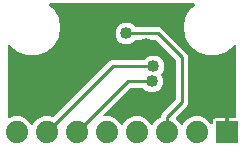
<source format=gbr>
G04 EAGLE Gerber RS-274X export*
G75*
%MOMM*%
%FSLAX34Y34*%
%LPD*%
%INBottom Copper*%
%IPPOS*%
%AMOC8*
5,1,8,0,0,1.08239X$1,22.5*%
G01*
%ADD10R,1.879600X1.879600*%
%ADD11C,1.879600*%
%ADD12C,0.254000*%
%ADD13C,1.016000*%

G36*
X191574Y12709D02*
X191574Y12709D01*
X191632Y12708D01*
X191714Y12729D01*
X191797Y12741D01*
X191851Y12765D01*
X191907Y12779D01*
X191980Y12822D01*
X192057Y12857D01*
X192102Y12895D01*
X192152Y12925D01*
X192210Y12986D01*
X192274Y13041D01*
X192306Y13089D01*
X192346Y13132D01*
X192385Y13207D01*
X192431Y13277D01*
X192449Y13333D01*
X192476Y13385D01*
X192487Y13453D01*
X192517Y13548D01*
X192520Y13648D01*
X192531Y13716D01*
X192531Y24639D01*
X196944Y24639D01*
X197002Y24647D01*
X197059Y24645D01*
X197142Y24667D01*
X197226Y24679D01*
X197279Y24702D01*
X197334Y24717D01*
X197408Y24760D01*
X197485Y24795D01*
X197529Y24832D01*
X197579Y24861D01*
X197637Y24923D01*
X197702Y24978D01*
X197734Y25026D01*
X197774Y25068D01*
X197813Y25144D01*
X197860Y25215D01*
X197877Y25270D01*
X197904Y25321D01*
X197915Y25390D01*
X197946Y25486D01*
X197948Y25585D01*
X197960Y25652D01*
X198054Y85645D01*
X198051Y85665D01*
X198053Y85686D01*
X198032Y85806D01*
X198015Y85927D01*
X198007Y85945D01*
X198003Y85965D01*
X197948Y86075D01*
X197899Y86186D01*
X197886Y86202D01*
X197877Y86220D01*
X197794Y86310D01*
X197716Y86404D01*
X197699Y86415D01*
X197685Y86430D01*
X197580Y86494D01*
X197479Y86562D01*
X197460Y86568D01*
X197442Y86578D01*
X197324Y86611D01*
X197208Y86648D01*
X197188Y86648D01*
X197168Y86654D01*
X197046Y86652D01*
X196924Y86656D01*
X196904Y86650D01*
X196884Y86650D01*
X196767Y86615D01*
X196649Y86584D01*
X196631Y86574D01*
X196612Y86568D01*
X196509Y86502D01*
X196404Y86439D01*
X196390Y86424D01*
X196373Y86413D01*
X196326Y86356D01*
X196209Y86232D01*
X196189Y86193D01*
X189794Y80827D01*
X181965Y77977D01*
X173635Y77977D01*
X165806Y80827D01*
X159425Y86181D01*
X155259Y93396D01*
X153813Y101600D01*
X155259Y109804D01*
X159425Y117019D01*
X163128Y120126D01*
X163178Y120181D01*
X163234Y120229D01*
X163272Y120286D01*
X163318Y120338D01*
X163350Y120404D01*
X163391Y120465D01*
X163412Y120531D01*
X163442Y120594D01*
X163455Y120666D01*
X163477Y120736D01*
X163479Y120805D01*
X163491Y120874D01*
X163482Y120947D01*
X163484Y121020D01*
X163467Y121087D01*
X163459Y121156D01*
X163431Y121224D01*
X163413Y121295D01*
X163377Y121355D01*
X163351Y121419D01*
X163305Y121477D01*
X163267Y121540D01*
X163217Y121587D01*
X163174Y121641D01*
X163114Y121684D01*
X163060Y121734D01*
X162998Y121766D01*
X162942Y121806D01*
X162872Y121830D01*
X162807Y121864D01*
X162749Y121874D01*
X162673Y121900D01*
X162551Y121907D01*
X162476Y121919D01*
X40724Y121919D01*
X40651Y121909D01*
X40578Y121909D01*
X40511Y121889D01*
X40443Y121879D01*
X40376Y121849D01*
X40305Y121829D01*
X40247Y121792D01*
X40183Y121763D01*
X40127Y121716D01*
X40065Y121676D01*
X40019Y121624D01*
X39966Y121580D01*
X39926Y121518D01*
X39877Y121463D01*
X39847Y121401D01*
X39809Y121343D01*
X39787Y121273D01*
X39755Y121206D01*
X39744Y121138D01*
X39723Y121072D01*
X39721Y120998D01*
X39709Y120926D01*
X39717Y120857D01*
X39716Y120788D01*
X39734Y120717D01*
X39743Y120643D01*
X39770Y120580D01*
X39787Y120513D01*
X39825Y120449D01*
X39854Y120382D01*
X39892Y120337D01*
X39933Y120268D01*
X40022Y120184D01*
X40072Y120126D01*
X43775Y117019D01*
X47941Y109804D01*
X49387Y101600D01*
X47941Y93396D01*
X43775Y86181D01*
X37394Y80827D01*
X29565Y77977D01*
X21235Y77977D01*
X13406Y80827D01*
X7025Y86181D01*
X6975Y86267D01*
X6963Y86283D01*
X6955Y86301D01*
X6876Y86394D01*
X6800Y86491D01*
X6784Y86503D01*
X6771Y86518D01*
X6669Y86586D01*
X6570Y86658D01*
X6551Y86664D01*
X6535Y86675D01*
X6418Y86712D01*
X6302Y86754D01*
X6282Y86755D01*
X6264Y86761D01*
X6141Y86764D01*
X6018Y86772D01*
X5999Y86768D01*
X5980Y86768D01*
X5861Y86737D01*
X5741Y86711D01*
X5723Y86701D01*
X5705Y86696D01*
X5599Y86634D01*
X5491Y86575D01*
X5477Y86561D01*
X5460Y86551D01*
X5376Y86461D01*
X5289Y86375D01*
X5279Y86358D01*
X5266Y86344D01*
X5210Y86234D01*
X5150Y86127D01*
X5145Y86108D01*
X5136Y86091D01*
X5124Y86018D01*
X5085Y85850D01*
X5087Y85799D01*
X5081Y85760D01*
X5081Y25635D01*
X5097Y25522D01*
X5107Y25407D01*
X5117Y25381D01*
X5121Y25354D01*
X5168Y25249D01*
X5209Y25142D01*
X5225Y25120D01*
X5237Y25094D01*
X5311Y25007D01*
X5380Y24915D01*
X5403Y24899D01*
X5420Y24877D01*
X5516Y24814D01*
X5608Y24745D01*
X5634Y24735D01*
X5657Y24720D01*
X5767Y24685D01*
X5874Y24645D01*
X5902Y24642D01*
X5928Y24634D01*
X6043Y24631D01*
X6157Y24622D01*
X6182Y24628D01*
X6212Y24627D01*
X6469Y24694D01*
X6485Y24697D01*
X10022Y26163D01*
X15378Y26163D01*
X20326Y24113D01*
X24113Y20326D01*
X24462Y19484D01*
X24477Y19459D01*
X24486Y19431D01*
X24549Y19336D01*
X24607Y19239D01*
X24628Y19219D01*
X24644Y19194D01*
X24731Y19122D01*
X24813Y19044D01*
X24839Y19030D01*
X24862Y19011D01*
X24965Y18965D01*
X25066Y18914D01*
X25095Y18908D01*
X25122Y18896D01*
X25234Y18880D01*
X25345Y18859D01*
X25374Y18861D01*
X25403Y18857D01*
X25515Y18873D01*
X25628Y18883D01*
X25655Y18894D01*
X25685Y18898D01*
X25788Y18944D01*
X25893Y18985D01*
X25917Y19003D01*
X25944Y19015D01*
X26030Y19088D01*
X26120Y19157D01*
X26138Y19180D01*
X26160Y19199D01*
X26202Y19266D01*
X26290Y19384D01*
X26312Y19443D01*
X26338Y19484D01*
X26687Y20326D01*
X30474Y24113D01*
X35422Y26163D01*
X40778Y26163D01*
X42442Y25473D01*
X42444Y25473D01*
X42445Y25472D01*
X42578Y25438D01*
X42718Y25402D01*
X42719Y25402D01*
X42721Y25402D01*
X42862Y25406D01*
X43002Y25410D01*
X43003Y25411D01*
X43005Y25411D01*
X43138Y25454D01*
X43273Y25497D01*
X43274Y25498D01*
X43276Y25498D01*
X43288Y25507D01*
X43509Y25655D01*
X43529Y25679D01*
X43549Y25693D01*
X89315Y71459D01*
X90958Y73103D01*
X92919Y73915D01*
X120252Y73915D01*
X120338Y73927D01*
X120426Y73930D01*
X120478Y73947D01*
X120533Y73955D01*
X120613Y73990D01*
X120696Y74017D01*
X120735Y74045D01*
X120792Y74071D01*
X120906Y74167D01*
X120969Y74212D01*
X123090Y76333D01*
X126451Y77725D01*
X130089Y77725D01*
X133450Y76333D01*
X136023Y73760D01*
X137415Y70399D01*
X137415Y66761D01*
X136023Y63400D01*
X134919Y62296D01*
X134918Y62295D01*
X134917Y62294D01*
X134832Y62181D01*
X134748Y62069D01*
X134747Y62068D01*
X134746Y62066D01*
X134697Y61936D01*
X134647Y61803D01*
X134647Y61802D01*
X134646Y61800D01*
X134635Y61657D01*
X134623Y61520D01*
X134623Y61519D01*
X134623Y61517D01*
X134627Y61501D01*
X134679Y61241D01*
X134693Y61214D01*
X134699Y61190D01*
X136145Y57699D01*
X136145Y54061D01*
X134753Y50700D01*
X132180Y48127D01*
X128819Y46735D01*
X125181Y46735D01*
X121820Y48127D01*
X119699Y50248D01*
X119630Y50300D01*
X119566Y50360D01*
X119516Y50386D01*
X119472Y50419D01*
X119391Y50450D01*
X119313Y50490D01*
X119265Y50498D01*
X119207Y50520D01*
X119059Y50532D01*
X118982Y50545D01*
X109310Y50545D01*
X109224Y50533D01*
X109136Y50530D01*
X109084Y50513D01*
X109029Y50505D01*
X108949Y50470D01*
X108866Y50443D01*
X108826Y50415D01*
X108769Y50389D01*
X108656Y50293D01*
X108592Y50248D01*
X86240Y27896D01*
X86223Y27872D01*
X86200Y27853D01*
X86138Y27759D01*
X86069Y27669D01*
X86059Y27641D01*
X86043Y27617D01*
X86008Y27509D01*
X85968Y27403D01*
X85966Y27374D01*
X85957Y27346D01*
X85954Y27232D01*
X85945Y27120D01*
X85950Y27091D01*
X85950Y27062D01*
X85978Y26952D01*
X86001Y26841D01*
X86014Y26815D01*
X86021Y26787D01*
X86079Y26689D01*
X86132Y26589D01*
X86152Y26567D01*
X86167Y26542D01*
X86249Y26465D01*
X86327Y26383D01*
X86353Y26368D01*
X86374Y26348D01*
X86475Y26296D01*
X86573Y26239D01*
X86601Y26232D01*
X86627Y26218D01*
X86705Y26205D01*
X86848Y26169D01*
X86911Y26171D01*
X86958Y26163D01*
X91578Y26163D01*
X96526Y24113D01*
X100313Y20326D01*
X100662Y19484D01*
X100677Y19459D01*
X100686Y19431D01*
X100749Y19336D01*
X100807Y19239D01*
X100828Y19219D01*
X100844Y19194D01*
X100931Y19122D01*
X101013Y19044D01*
X101039Y19030D01*
X101062Y19011D01*
X101165Y18965D01*
X101266Y18914D01*
X101295Y18908D01*
X101322Y18896D01*
X101434Y18880D01*
X101545Y18859D01*
X101574Y18861D01*
X101603Y18857D01*
X101715Y18873D01*
X101828Y18883D01*
X101855Y18894D01*
X101885Y18898D01*
X101988Y18944D01*
X102093Y18985D01*
X102117Y19003D01*
X102144Y19015D01*
X102230Y19088D01*
X102320Y19157D01*
X102338Y19180D01*
X102360Y19199D01*
X102402Y19266D01*
X102490Y19384D01*
X102512Y19443D01*
X102538Y19484D01*
X102887Y20326D01*
X106674Y24113D01*
X111622Y26163D01*
X116978Y26163D01*
X121926Y24113D01*
X125713Y20326D01*
X126062Y19484D01*
X126077Y19459D01*
X126086Y19431D01*
X126149Y19336D01*
X126207Y19239D01*
X126228Y19219D01*
X126244Y19194D01*
X126331Y19122D01*
X126413Y19044D01*
X126439Y19030D01*
X126462Y19011D01*
X126565Y18965D01*
X126666Y18914D01*
X126695Y18908D01*
X126722Y18896D01*
X126834Y18880D01*
X126945Y18859D01*
X126974Y18861D01*
X127003Y18857D01*
X127115Y18873D01*
X127228Y18883D01*
X127255Y18894D01*
X127285Y18898D01*
X127388Y18944D01*
X127493Y18985D01*
X127517Y19003D01*
X127544Y19015D01*
X127630Y19088D01*
X127720Y19157D01*
X127738Y19180D01*
X127760Y19199D01*
X127802Y19266D01*
X127890Y19384D01*
X127912Y19443D01*
X127938Y19484D01*
X128287Y20326D01*
X132074Y24113D01*
X133739Y24803D01*
X133740Y24803D01*
X133741Y24804D01*
X133862Y24875D01*
X133983Y24947D01*
X133984Y24948D01*
X133986Y24949D01*
X134083Y25053D01*
X134179Y25154D01*
X134179Y25155D01*
X134180Y25156D01*
X134245Y25282D01*
X134309Y25407D01*
X134309Y25408D01*
X134310Y25410D01*
X134312Y25424D01*
X134364Y25685D01*
X134361Y25716D01*
X134365Y25741D01*
X134365Y26461D01*
X135177Y28422D01*
X146768Y40012D01*
X146820Y40082D01*
X146880Y40146D01*
X146906Y40195D01*
X146939Y40240D01*
X146970Y40321D01*
X147010Y40399D01*
X147018Y40447D01*
X147040Y40505D01*
X147052Y40653D01*
X147065Y40730D01*
X147065Y73570D01*
X147053Y73656D01*
X147050Y73744D01*
X147033Y73796D01*
X147025Y73851D01*
X146990Y73931D01*
X146963Y74014D01*
X146935Y74054D01*
X146909Y74111D01*
X146813Y74224D01*
X146805Y74236D01*
X146795Y74252D01*
X146790Y74257D01*
X146768Y74288D01*
X130168Y90888D01*
X130098Y90940D01*
X130034Y91000D01*
X129985Y91026D01*
X129940Y91059D01*
X129859Y91090D01*
X129781Y91130D01*
X129733Y91138D01*
X129675Y91160D01*
X129527Y91172D01*
X129450Y91185D01*
X113428Y91185D01*
X113342Y91173D01*
X113254Y91170D01*
X113202Y91153D01*
X113147Y91145D01*
X113067Y91110D01*
X112984Y91083D01*
X112945Y91055D01*
X112888Y91029D01*
X112774Y90933D01*
X112711Y90888D01*
X110590Y88767D01*
X107229Y87375D01*
X103591Y87375D01*
X100230Y88767D01*
X97657Y91340D01*
X96265Y94701D01*
X96265Y98339D01*
X97657Y101700D01*
X100230Y104273D01*
X103591Y105665D01*
X107229Y105665D01*
X110590Y104273D01*
X112711Y102152D01*
X112780Y102100D01*
X112844Y102040D01*
X112894Y102014D01*
X112938Y101981D01*
X113019Y101950D01*
X113097Y101910D01*
X113145Y101902D01*
X113203Y101880D01*
X113351Y101868D01*
X113428Y101855D01*
X133141Y101855D01*
X135102Y101043D01*
X155279Y80865D01*
X156923Y79222D01*
X157735Y77261D01*
X157735Y37039D01*
X156923Y35078D01*
X147360Y25515D01*
X147325Y25469D01*
X147282Y25428D01*
X147239Y25355D01*
X147189Y25288D01*
X147168Y25233D01*
X147138Y25183D01*
X147118Y25101D01*
X147088Y25022D01*
X147083Y24964D01*
X147068Y24907D01*
X147071Y24823D01*
X147064Y24739D01*
X147076Y24682D01*
X147077Y24623D01*
X147103Y24543D01*
X147120Y24460D01*
X147147Y24408D01*
X147165Y24353D01*
X147205Y24297D01*
X147251Y24208D01*
X147320Y24136D01*
X147360Y24079D01*
X151113Y20326D01*
X151462Y19484D01*
X151477Y19459D01*
X151486Y19431D01*
X151549Y19336D01*
X151607Y19239D01*
X151628Y19219D01*
X151644Y19194D01*
X151731Y19122D01*
X151813Y19044D01*
X151839Y19030D01*
X151862Y19011D01*
X151965Y18965D01*
X152066Y18914D01*
X152095Y18908D01*
X152122Y18896D01*
X152234Y18880D01*
X152345Y18859D01*
X152374Y18861D01*
X152403Y18857D01*
X152515Y18873D01*
X152628Y18883D01*
X152655Y18894D01*
X152685Y18898D01*
X152788Y18944D01*
X152893Y18985D01*
X152917Y19003D01*
X152944Y19015D01*
X153030Y19088D01*
X153120Y19157D01*
X153138Y19180D01*
X153160Y19199D01*
X153202Y19266D01*
X153290Y19384D01*
X153312Y19443D01*
X153338Y19484D01*
X153687Y20326D01*
X157474Y24113D01*
X162422Y26163D01*
X167778Y26163D01*
X172726Y24113D01*
X176513Y20326D01*
X176608Y20097D01*
X176652Y20023D01*
X176687Y19945D01*
X176724Y19901D01*
X176752Y19852D01*
X176815Y19793D01*
X176871Y19728D01*
X176918Y19696D01*
X176959Y19657D01*
X177036Y19618D01*
X177107Y19570D01*
X177161Y19553D01*
X177212Y19527D01*
X177296Y19510D01*
X177378Y19484D01*
X177435Y19483D01*
X177491Y19472D01*
X177576Y19479D01*
X177662Y19477D01*
X177717Y19491D01*
X177774Y19496D01*
X177854Y19527D01*
X177937Y19549D01*
X177986Y19578D01*
X178039Y19598D01*
X178108Y19650D01*
X178182Y19694D01*
X178221Y19735D01*
X178266Y19770D01*
X178318Y19839D01*
X178376Y19901D01*
X178402Y19952D01*
X178436Y19997D01*
X178467Y20078D01*
X178506Y20154D01*
X178514Y20203D01*
X178537Y20263D01*
X178548Y20408D01*
X178561Y20485D01*
X178561Y22432D01*
X178734Y23079D01*
X179069Y23658D01*
X179542Y24131D01*
X180121Y24466D01*
X180768Y24639D01*
X188469Y24639D01*
X188469Y13716D01*
X188477Y13658D01*
X188475Y13600D01*
X188497Y13518D01*
X188509Y13435D01*
X188533Y13381D01*
X188547Y13325D01*
X188590Y13252D01*
X188625Y13175D01*
X188663Y13131D01*
X188693Y13080D01*
X188754Y13023D01*
X188809Y12958D01*
X188857Y12926D01*
X188900Y12886D01*
X188975Y12847D01*
X189045Y12801D01*
X189101Y12783D01*
X189153Y12756D01*
X189221Y12745D01*
X189316Y12715D01*
X189416Y12712D01*
X189484Y12701D01*
X191516Y12701D01*
X191574Y12709D01*
G37*
D10*
X190500Y12700D03*
D11*
X165100Y12700D03*
X139700Y12700D03*
X114300Y12700D03*
X88900Y12700D03*
X63500Y12700D03*
X38100Y12700D03*
X12700Y12700D03*
D12*
X38100Y12700D02*
X38100Y12954D01*
X38100Y12700D02*
X93980Y68580D01*
X128270Y68580D01*
D13*
X128270Y68580D03*
D12*
X139700Y25400D02*
X139700Y12700D01*
X139700Y25400D02*
X152400Y38100D01*
X152400Y76200D01*
X132080Y96520D02*
X105410Y96520D01*
X132080Y96520D02*
X152400Y76200D01*
D13*
X105410Y96520D03*
X25400Y53340D03*
X83820Y87630D03*
X121920Y87630D03*
X102870Y29210D03*
D12*
X106680Y55880D02*
X127000Y55880D01*
X106680Y55880D02*
X63500Y12700D01*
D13*
X127000Y55880D03*
M02*

</source>
